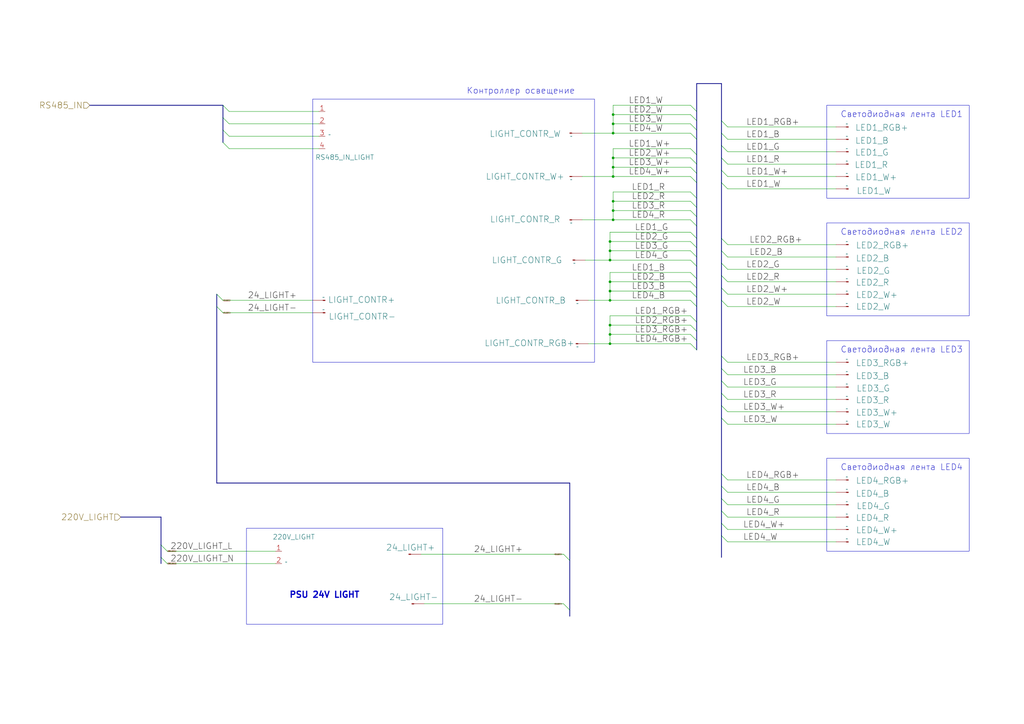
<source format=kicad_sch>
(kicad_sch (version 20231120) (generator "eeschema") (generator_version "8.0")
  (paper "A3")
  (lib_symbols
    (symbol "Connector:Conn_01x01_Pin" (pin_numbers hide) (pin_names (offset 1.016) hide)
      (property "Reference" "J" (at 0 6.604 0))
      (property "Value" "Conn_01x01_Pin" (at 0 -2.54 0))
      (symbol "Conn_01x01_Pin_1_1"
        (polyline (pts (xy 1.27 0) (xy 0.8636 0)) (stroke (width 0.1524)))
        (rectangle (start 0.8636 0.127) (end 0 -0.127) (stroke (width 0.1524)) (fill (type outline)))
        (pin passive line (at 5.08 0 180) (length 3.81) (name "Pin_1") (number "1"))
      )
    )
    (symbol "Connector:Conn_01x01_Pin_(WIDE)" (pin_numbers hide) (pin_names (offset 1.016) hide)
      (property "Reference" "J" (at 0.254 6.604 0))
      (property "Value" "Conn_01x01_Pin_(WIDE)" (at 0 -2.54 0))
      (symbol "Conn_01x01_Pin_(WIDE)_1_1"
        (polyline (pts (xy 1.27 0) (xy 0.8636 0)) (stroke (width 0.1524)))
        (rectangle (start 0.8636 0.127) (end 0 -0.127) (stroke (width 0.1524)) (fill (type outline)))
        (pin passive line (at 5.08 0 180) (length 3.81) (name "Pin_1") (number "1"))
      )
    )
    (symbol "Connector:Conn_01x02_(wide)"
      (property "Reference" "J" (at 0 0 0))
      (symbol "Conn_01x02_(wide)_1_1"
        (pin input line (at -2.54 -5.08 0) (length 2.54) (name "") (number "1"))
        (pin input line (at -2.54 -10.16 0) (length 2.54) (name "") (number "2"))
      )
    )
    (symbol "Connector:Conn_01x04_(wide)"
      (property "Reference" "J" (at 0 0 0))
      (symbol "Conn_01x04_(wide)_1_1"
        (pin input line (at -2.54 -5.08 0) (length 2.54) (name "") (number "1"))
        (pin input line (at -2.54 -10.16 0) (length 2.54) (name "") (number "2"))
        (pin input line (at -2.54 -15.24 0) (length 2.54) (name "") (number "3"))
        (pin input line (at -2.54 -20.32 0) (length 2.54) (name "") (number "4"))
      )
    )
  )
  (junction (at 250.19 137.16))
  (junction (at 250.19 115.57))
  (junction (at 250.19 119.38))
  (junction (at 251.46 46.99))
  (junction (at 250.19 106.68))
  (junction (at 251.46 72.39))
  (junction (at 250.19 133.35))
  (junction (at 251.46 86.36))
  (junction (at 250.19 123.19))
  (junction (at 250.19 99.06))
  (junction (at 251.46 90.17))
  (junction (at 251.46 50.8))
  (junction (at 251.46 64.77))
  (junction (at 250.19 102.87))
  (junction (at 251.46 82.55))
  (junction (at 251.46 54.61))
  (junction (at 251.46 68.58))
  (junction (at 250.19 140.97))
  (bus_entry (at 88.9 125.73) (size 2.54 2.54))
  (bus_entry (at 91.44 58.42) (size 2.54 2.54))
  (bus_entry (at 283.21 68.58) (size 2.54 2.54))
  (bus_entry (at 66.04 228.6) (size 2.54 2.54))
  (bus_entry (at 283.21 137.16) (size 2.54 2.54))
  (bus_entry (at 283.21 129.54) (size 2.54 2.54))
  (bus_entry (at 295.91 102.87) (size 2.54 2.54))
  (bus_entry (at 283.21 82.55) (size 2.54 2.54))
  (bus_entry (at 295.91 64.77) (size 2.54 2.54))
  (bus_entry (at 295.91 194.31) (size 2.54 2.54))
  (bus_entry (at 283.21 46.99) (size 2.54 2.54))
  (bus_entry (at 295.91 166.37) (size 2.54 2.54))
  (bus_entry (at 295.91 156.21) (size 2.54 2.54))
  (bus_entry (at 231.14 227.33) (size 2.54 2.54))
  (bus_entry (at 283.21 95.25) (size 2.54 2.54))
  (bus_entry (at 295.91 219.71) (size 2.54 2.54))
  (bus_entry (at 295.91 151.13) (size 2.54 2.54))
  (bus_entry (at 283.21 78.74) (size 2.54 2.54))
  (bus_entry (at 283.21 99.06) (size 2.54 2.54))
  (bus_entry (at 283.21 64.77) (size 2.54 2.54))
  (bus_entry (at 231.14 247.65) (size 2.54 2.54))
  (bus_entry (at 295.91 204.47) (size 2.54 2.54))
  (bus_entry (at 283.21 102.87) (size 2.54 2.54))
  (bus_entry (at 295.91 113.03) (size 2.54 2.54))
  (bus_entry (at 91.44 43.18) (size 2.54 2.54))
  (bus_entry (at 283.21 43.18) (size 2.54 2.54))
  (bus_entry (at 295.91 54.61) (size 2.54 2.54))
  (bus_entry (at 295.91 69.85) (size 2.54 2.54))
  (bus_entry (at 295.91 118.11) (size 2.54 2.54))
  (bus_entry (at 283.21 111.76) (size 2.54 2.54))
  (bus_entry (at 283.21 133.35) (size 2.54 2.54))
  (bus_entry (at 295.91 171.45) (size 2.54 2.54))
  (bus_entry (at 283.21 50.8) (size 2.54 2.54))
  (bus_entry (at 295.91 123.19) (size 2.54 2.54))
  (bus_entry (at 88.9 120.65) (size 2.54 2.54))
  (bus_entry (at 295.91 74.93) (size 2.54 2.54))
  (bus_entry (at 283.21 86.36) (size 2.54 2.54))
  (bus_entry (at 283.21 72.39) (size 2.54 2.54))
  (bus_entry (at 91.44 48.26) (size 2.54 2.54))
  (bus_entry (at 295.91 161.29) (size 2.54 2.54))
  (bus_entry (at 66.04 223.52) (size 2.54 2.54))
  (bus_entry (at 295.91 59.69) (size 2.54 2.54))
  (bus_entry (at 295.91 209.55) (size 2.54 2.54))
  (bus_entry (at 283.21 123.19) (size 2.54 2.54))
  (bus_entry (at 91.44 53.34) (size 2.54 2.54))
  (bus_entry (at 295.91 146.05) (size 2.54 2.54))
  (bus_entry (at 295.91 49.53) (size 2.54 2.54))
  (bus_entry (at 283.21 106.68) (size 2.54 2.54))
  (bus_entry (at 283.21 119.38) (size 2.54 2.54))
  (bus_entry (at 283.21 140.97) (size 2.54 2.54))
  (bus_entry (at 283.21 90.17) (size 2.54 2.54))
  (bus_entry (at 295.91 97.79) (size 2.54 2.54))
  (bus_entry (at 283.21 115.57) (size 2.54 2.54))
  (bus_entry (at 283.21 54.61) (size 2.54 2.54))
  (bus_entry (at 295.91 107.95) (size 2.54 2.54))
  (bus_entry (at 283.21 60.96) (size 2.54 2.54))
  (bus_entry (at 295.91 214.63) (size 2.54 2.54))
  (bus_entry (at 295.91 199.39) (size 2.54 2.54))
  (wire (pts (xy 251.46 64.77) (xy 283.21 64.77)))
  (wire (pts (xy 91.44 128.27) (xy 128.27 128.27)))
  (bus (pts (xy 285.75 132.08) (xy 285.75 135.89)))
  (bus (pts (xy 295.91 64.77) (xy 295.91 69.85)))
  (wire (pts (xy 250.19 133.35) (xy 283.21 133.35)))
  (bus (pts (xy 295.91 59.69) (xy 295.91 64.77)))
  (bus (pts (xy 285.75 135.89) (xy 285.75 139.7)))
  (bus (pts (xy 295.91 214.63) (xy 295.91 219.71)))
  (bus (pts (xy 285.75 88.9) (xy 285.75 85.09)))
  (bus (pts (xy 88.9 120.65) (xy 88.9 125.73)))
  (bus (pts (xy 295.91 161.29) (xy 295.91 166.37)))
  (wire (pts (xy 298.45 67.31) (xy 342.9 67.31)))
  (bus (pts (xy 295.91 74.93) (xy 295.91 97.79)))
  (wire (pts (xy 250.19 137.16) (xy 283.21 137.16)))
  (bus (pts (xy 285.75 109.22) (xy 285.75 105.41)))
  (wire (pts (xy 298.45 110.49) (xy 342.9 110.49)))
  (wire (pts (xy 298.45 168.91) (xy 342.9 168.91)))
  (wire (pts (xy 251.46 86.36) (xy 283.21 86.36)))
  (bus (pts (xy 295.91 54.61) (xy 295.91 59.69)))
  (wire (pts (xy 298.45 158.75) (xy 342.9 158.75)))
  (wire (pts (xy 298.45 77.47) (xy 342.9 77.47)))
  (wire (pts (xy 251.46 54.61) (xy 283.21 54.61)))
  (wire (pts (xy 91.44 123.19) (xy 128.27 123.19)))
  (bus (pts (xy 285.75 53.34) (xy 285.75 49.53)))
  (bus (pts (xy 91.44 43.18) (xy 91.44 48.26)))
  (wire (pts (xy 298.45 173.99) (xy 342.9 173.99)))
  (bus (pts (xy 285.75 49.53) (xy 285.75 45.72)))
  (bus (pts (xy 295.91 113.03) (xy 295.91 118.11)))
  (bus (pts (xy 91.44 53.34) (xy 91.44 58.42)))
  (wire (pts (xy 250.19 133.35) (xy 250.19 137.16)))
  (bus (pts (xy 295.91 156.21) (xy 295.91 161.29)))
  (wire (pts (xy 298.45 201.93) (xy 342.9 201.93)))
  (wire (pts (xy 250.19 106.68) (xy 283.21 106.68)))
  (wire (pts (xy 241.3 140.97) (xy 250.19 140.97)))
  (bus (pts (xy 295.91 69.85) (xy 295.91 74.93)))
  (bus (pts (xy 295.91 171.45) (xy 295.91 194.31)))
  (wire (pts (xy 238.76 90.17) (xy 251.46 90.17)))
  (wire (pts (xy 250.19 115.57) (xy 283.21 115.57)))
  (bus (pts (xy 233.68 198.12) (xy 233.68 229.87)))
  (bus (pts (xy 285.75 97.79) (xy 285.75 92.71)))
  (wire (pts (xy 250.19 140.97) (xy 283.21 140.97)))
  (wire (pts (xy 93.98 55.88) (xy 130.81 55.88)))
  (bus (pts (xy 91.44 48.26) (xy 91.44 53.34)))
  (wire (pts (xy 298.45 100.33) (xy 342.9 100.33)))
  (bus (pts (xy 295.91 199.39) (xy 295.91 204.47)))
  (bus (pts (xy 295.91 219.71) (xy 295.91 228.6)))
  (wire (pts (xy 250.19 106.68) (xy 250.19 102.87)))
  (wire (pts (xy 298.45 207.01) (xy 342.9 207.01)))
  (wire (pts (xy 250.19 119.38) (xy 283.21 119.38)))
  (bus (pts (xy 285.75 67.31) (xy 285.75 63.5)))
  (wire (pts (xy 250.19 99.06) (xy 250.19 95.25)))
  (wire (pts (xy 240.03 106.68) (xy 250.19 106.68)))
  (wire (pts (xy 251.46 46.99) (xy 251.46 50.8)))
  (bus (pts (xy 285.75 57.15) (xy 285.75 53.34)))
  (bus (pts (xy 233.68 229.87) (xy 233.68 250.19)))
  (wire (pts (xy 298.45 62.23) (xy 342.9 62.23)))
  (wire (pts (xy 238.76 72.39) (xy 251.46 72.39)))
  (wire (pts (xy 298.45 222.25) (xy 342.9 222.25)))
  (bus (pts (xy 285.75 63.5) (xy 285.75 57.15)))
  (wire (pts (xy 251.46 90.17) (xy 283.21 90.17)))
  (bus (pts (xy 66.04 231.14) (xy 66.04 228.6)))
  (bus (pts (xy 295.91 34.29) (xy 295.91 49.53)))
  (bus (pts (xy 295.91 166.37) (xy 295.91 171.45)))
  (wire (pts (xy 251.46 82.55) (xy 251.46 78.74)))
  (bus (pts (xy 285.75 139.7) (xy 285.75 143.51)))
  (bus (pts (xy 88.9 198.12) (xy 233.68 198.12)))
  (bus (pts (xy 295.91 209.55) (xy 295.91 214.63)))
  (wire (pts (xy 298.45 212.09) (xy 342.9 212.09)))
  (wire (pts (xy 251.46 90.17) (xy 251.46 86.36)))
  (wire (pts (xy 298.45 57.15) (xy 342.9 57.15)))
  (wire (pts (xy 298.45 153.67) (xy 342.9 153.67)))
  (wire (pts (xy 250.19 95.25) (xy 283.21 95.25)))
  (bus (pts (xy 285.75 71.12) (xy 285.75 67.31)))
  (bus (pts (xy 295.91 146.05) (xy 295.91 151.13)))
  (wire (pts (xy 251.46 86.36) (xy 251.46 82.55)))
  (bus (pts (xy 295.91 102.87) (xy 295.91 107.95)))
  (wire (pts (xy 298.45 105.41) (xy 342.9 105.41)))
  (bus (pts (xy 295.91 97.79) (xy 295.91 102.87)))
  (wire (pts (xy 283.21 46.99) (xy 251.46 46.99)))
  (bus (pts (xy 295.91 118.11) (xy 295.91 123.19)))
  (bus (pts (xy 88.9 125.73) (xy 88.9 198.12)))
  (bus (pts (xy 295.91 123.19) (xy 295.91 146.05)))
  (bus (pts (xy 285.75 125.73) (xy 285.75 132.08)))
  (wire (pts (xy 298.45 115.57) (xy 342.9 115.57)))
  (wire (pts (xy 250.19 123.19) (xy 283.21 123.19)))
  (bus (pts (xy 285.75 92.71) (xy 285.75 88.9)))
  (wire (pts (xy 250.19 115.57) (xy 250.19 119.38)))
  (wire (pts (xy 251.46 64.77) (xy 251.46 68.58)))
  (wire (pts (xy 250.19 119.38) (xy 250.19 123.19)))
  (wire (pts (xy 283.21 111.76) (xy 250.19 111.76)))
  (wire (pts (xy 93.98 45.72) (xy 130.81 45.72)))
  (bus (pts (xy 295.91 151.13) (xy 295.91 156.21)))
  (bus (pts (xy 295.91 107.95) (xy 295.91 113.03)))
  (wire (pts (xy 251.46 68.58) (xy 283.21 68.58)))
  (wire (pts (xy 298.45 217.17) (xy 342.9 217.17)))
  (wire (pts (xy 93.98 60.96) (xy 130.81 60.96)))
  (bus (pts (xy 66.04 223.52) (xy 66.04 212.09)))
  (wire (pts (xy 250.19 111.76) (xy 250.19 115.57)))
  (bus (pts (xy 295.91 204.47) (xy 295.91 209.55)))
  (wire (pts (xy 251.46 78.74) (xy 283.21 78.74)))
  (wire (pts (xy 251.46 43.18) (xy 251.46 46.99)))
  (bus (pts (xy 36.83 43.18) (xy 91.44 43.18)))
  (wire (pts (xy 241.3 123.19) (xy 250.19 123.19)))
  (bus (pts (xy 66.04 228.6) (xy 66.04 223.52)))
  (wire (pts (xy 283.21 129.54) (xy 250.19 129.54)))
  (wire (pts (xy 238.76 54.61) (xy 251.46 54.61)))
  (bus (pts (xy 295.91 49.53) (xy 295.91 54.61)))
  (wire (pts (xy 251.46 50.8) (xy 283.21 50.8)))
  (wire (pts (xy 298.45 120.65) (xy 342.9 120.65)))
  (wire (pts (xy 298.45 72.39) (xy 342.9 72.39)))
  (wire (pts (xy 172.72 227.33) (xy 231.14 227.33)))
  (wire (pts (xy 93.98 50.8) (xy 130.81 50.8)))
  (bus (pts (xy 285.75 118.11) (xy 285.75 121.92)))
  (bus (pts (xy 49.53 212.09) (xy 66.04 212.09)))
  (wire (pts (xy 298.45 148.59) (xy 342.9 148.59)))
  (wire (pts (xy 250.19 99.06) (xy 283.21 99.06)))
  (bus (pts (xy 295.91 194.31) (xy 295.91 199.39)))
  (wire (pts (xy 250.19 137.16) (xy 250.19 140.97)))
  (wire (pts (xy 68.58 226.06) (xy 113.03 226.06)))
  (wire (pts (xy 173.99 247.65) (xy 231.14 247.65)))
  (bus (pts (xy 285.75 81.28) (xy 285.75 74.93)))
  (wire (pts (xy 251.46 82.55) (xy 283.21 82.55)))
  (bus (pts (xy 285.75 101.6) (xy 285.75 97.79)))
  (bus (pts (xy 285.75 74.93) (xy 285.75 71.12)))
  (wire (pts (xy 283.21 43.18) (xy 251.46 43.18)))
  (wire (pts (xy 251.46 50.8) (xy 251.46 54.61)))
  (wire (pts (xy 250.19 102.87) (xy 283.21 102.87)))
  (bus (pts (xy 285.75 105.41) (xy 285.75 101.6)))
  (bus (pts (xy 285.75 85.09) (xy 285.75 81.28)))
  (wire (pts (xy 298.45 52.07) (xy 342.9 52.07)))
  (wire (pts (xy 251.46 60.96) (xy 251.46 64.77)))
  (wire (pts (xy 298.45 196.85) (xy 342.9 196.85)))
  (bus (pts (xy 285.75 34.29) (xy 295.91 34.29)))
  (wire (pts (xy 298.45 125.73) (xy 342.9 125.73)))
  (bus (pts (xy 285.75 114.3) (xy 285.75 118.11)))
  (bus (pts (xy 233.68 250.19) (xy 233.68 252.73)))
  (bus (pts (xy 285.75 109.22) (xy 285.75 114.3)))
  (wire (pts (xy 251.46 68.58) (xy 251.46 72.39)))
  (bus (pts (xy 285.75 121.92) (xy 285.75 125.73)))
  (wire (pts (xy 283.21 60.96) (xy 251.46 60.96)))
  (wire (pts (xy 68.58 231.14) (xy 113.03 231.14)))
  (bus (pts (xy 285.75 45.72) (xy 285.75 34.29)))
  (wire (pts (xy 250.19 129.54) (xy 250.19 133.35)))
  (wire (pts (xy 251.46 72.39) (xy 283.21 72.39)))
  (wire (pts (xy 298.45 163.83) (xy 342.9 163.83)))
  (wire (pts (xy 250.19 102.87) (xy 250.19 99.06)))
  (rectangle (start 339.09 91.44) (end 397.51 129.54))
  (rectangle (start 339.09 139.7) (end 397.51 177.8))
  (rectangle (start 339.09 43.18) (end 397.51 81.28))
  (rectangle (start 128.27 40.64) (end 243.84 148.59))
  (rectangle (start 339.09 187.96) (end 397.51 226.06))
  (rectangle (start 101.092 216.662) (end 181.61 256.032))
  (text "Контроллер освещение" (at 213.614 37.338 0) (effects (font (size 2.5 2.5))))
  (text "Светодиодная лента LED3" (at 369.824 143.51 0) (effects (font (size 2.5 2.5))))
  (text "Светодиодная лента LED1" (at 369.824 46.99 0) (effects (font (size 2.5 2.5))))
  (text "Светодиодная лента LED4" (at 369.824 191.77 0) (effects (font (size 2.5 2.5))))
  (text "Светодиодная лента LED2" (at 369.824 95.25 0) (effects (font (size 2.5 2.5))))
  (text "PSU 24V LIGHT\n" (at 133.096 244.094 0) (effects (font (size 2.5 2.5) (thickness 0.5) (bold yes))))
  (label "LED1_W+" (at 257.81 60.96 0) (effects (font (size 2.5 2.5))))
  (label "LED1_W+" (at 306.07 72.39 0) (effects (font (size 2.5 2.5))))
  (label "LED4_W" (at 257.81 54.61 0) (effects (font (size 2.5 2.5))))
  (label "LED2_G" (at 306.07 110.49 0) (effects (font (size 2.5 2.5))))
  (label "LED4_R" (at 259.08 90.17 0) (effects (font (size 2.5 2.5))))
  (label "LED3_RGB+" (at 260.35 137.16 0) (effects (font (size 2.5 2.5))))
  (label "24_LIGHT+" (at 194.31 227.33 0) (effects (font (size 2.5 2.5))))
  (label "LED3_W+" (at 257.81 68.58 0) (effects (font (size 2.5 2.5))))
  (label "LED2_B" (at 259.08 115.57 0) (effects (font (size 2.5 2.5))))
  (label "LED2_W+" (at 306.07 120.65 0) (effects (font (size 2.5 2.5))))
  (label "LED3_W" (at 257.81 50.8 0) (effects (font (size 2.5 2.5))))
  (label "LED1_RGB+" (at 260.35 129.54 0) (effects (font (size 2.5 2.5))))
  (label "LED1_B" (at 306.07 57.15 0) (effects (font (size 2.5 2.5))))
  (label "LED2_B" (at 307.34 105.41 0) (effects (font (size 2.5 2.5))))
  (label "24_LIGHT-" (at 101.6 128.27 0) (effects (font (size 2.5 2.5))))
  (label "LED4_W+" (at 304.8 217.17 0) (effects (font (size 2.5 2.5))))
  (label "LED2_RGB+" (at 307.34 100.33 0) (effects (font (size 2.5 2.5))))
  (label "LED3_R" (at 304.8 163.83 0) (effects (font (size 2.5 2.5))))
  (label "LED3_G" (at 304.8 158.75 0) (effects (font (size 2.5 2.5))))
  (label "LED2_W+" (at 257.81 64.77 0) (effects (font (size 2.5 2.5))))
  (label "LED1_G" (at 306.07 62.23 0) (effects (font (size 2.5 2.5))))
  (label "LED2_G" (at 260.35 99.06 0) (effects (font (size 2.5 2.5))))
  (label "220V_LIGHT_N" (at 69.85 231.14 0) (effects (font (size 2.5 2.5))))
  (label "LED4_R" (at 306.07 212.09 0) (effects (font (size 2.5 2.5))))
  (label "LED3_G" (at 260.35 102.87 0) (effects (font (size 2.5 2.5))))
  (label "24_LIGHT-" (at 194.31 247.65 0) (effects (font (size 2.5 2.5))))
  (label "LED1_G" (at 260.35 95.25 0) (effects (font (size 2.5 2.5))))
  (label "LED1_RGB+" (at 306.07 52.07 0) (effects (font (size 2.5 2.5))))
  (label "LED2_W" (at 257.81 46.99 0) (effects (font (size 2.5 2.5))))
  (label "LED2_RGB+" (at 260.35 133.35 0) (effects (font (size 2.5 2.5))))
  (label "220V_LIGHT_L" (at 69.85 226.06 0) (effects (font (size 2.5 2.5))))
  (label "LED4_G" (at 306.07 207.01 0) (effects (font (size 2.5 2.5))))
  (label "LED3_W" (at 304.8 173.99 0) (effects (font (size 2.5 2.5))))
  (label "LED2_R" (at 259.08 82.55 0) (effects (font (size 2.5 2.5))))
  (label "LED4_W" (at 304.8 222.25 0) (effects (font (size 2.5 2.5))))
  (label "LED3_RGB+" (at 306.07 148.59 0) (effects (font (size 2.5 2.5))))
  (label "LED3_W+" (at 304.8 168.91 0) (effects (font (size 2.5 2.5))))
  (label "LED2_W" (at 306.07 125.73 0) (effects (font (size 2.5 2.5))))
  (label "LED1_W" (at 306.07 77.47 0) (effects (font (size 2.5 2.5))))
  (label "24_LIGHT+" (at 101.6 123.19 0) (effects (font (size 2.5 2.5))))
  (label "LED4_B" (at 306.07 201.93 0) (effects (font (size 2.5 2.5))))
  (label "LED4_RGB+" (at 260.35 140.97 0) (effects (font (size 2.5 2.5))))
  (label "LED4_W+" (at 257.81 72.39 0) (effects (font (size 2.5 2.5))))
  (label "LED4_B" (at 259.08 123.19 0) (effects (font (size 2.5 2.5))))
  (label "LED1_R" (at 306.07 67.31 0) (effects (font (size 2.5 2.5))))
  (label "LED3_B" (at 259.08 119.38 0) (effects (font (size 2.5 2.5))))
  (label "LED1_B" (at 259.08 111.76 0) (effects (font (size 2.5 2.5))))
  (label "LED1_W" (at 257.81 43.18 0) (effects (font (size 2.5 2.5))))
  (label "LED3_B" (at 304.8 153.67 0) (effects (font (size 2.5 2.5))))
  (label "LED1_R" (at 259.08 78.74 0) (effects (font (size 2.5 2.5))))
  (label "LED3_R" (at 259.08 86.36 0) (effects (font (size 2.5 2.5))))
  (label "LED4_G" (at 260.35 106.68 0) (effects (font (size 2.5 2.5))))
  (label "LED2_R" (at 306.07 115.57 0) (effects (font (size 2.5 2.5))))
  (label "LED4_RGB+" (at 306.07 196.85 0) (effects (font (size 2.5 2.5))))
  (global_label "24_LIGHT-" (shape input) (at 91.44 128.27 0) (effects (font (size 0.3 0.3))) (property "Intersheetrefs" "${INTERSHEET_REFS}" (effects (hide yes))))
  (global_label "24_LIGHT-" (shape input) (at 227.33 247.65 0) (effects (font (size 0.3 0.3))) (property "Intersheetrefs" "${INTERSHEET_REFS}" (effects (hide yes))))
  (global_label "220V_LIGHT_N" (shape input) (at 68.58 231.14 0) (effects (font (size 0.3 0.3))) (property "Intersheetrefs" "${INTERSHEET_REFS}" (effects (hide yes))))
  (global_label "24_LIGHT+" (shape input) (at 227.33 227.33 0) (effects (font (size 0.3 0.3))) (property "Intersheetrefs" "${INTERSHEET_REFS}" (effects (hide yes))))
  (global_label "24_LIGHT+" (shape input) (at 91.44 123.19 0) (effects (font (size 0.3 0.3))) (property "Intersheetrefs" "${INTERSHEET_REFS}" (effects (hide yes))))
  (global_label "220V_LIGHT_L" (shape input) (at 68.58 226.06 0) (effects (font (size 0.3 0.3))) (property "Intersheetrefs" "${INTERSHEET_REFS}" (effects (hide yes))))
  (hierarchical_label "220V_LIGHT" (shape input) (at 49.53 212.09 180) (effects (font (size 2.5 2.5))))
  (hierarchical_label "RS485_IN" (shape input) (at 36.83 43.18 180) (effects (font (size 2.5 2.5))))
  (symbol (lib_id "Connector:Conn_01x01_Pin_(WIDE)") (at 347.98 168.91 180) (unit 1)
    (property "Reference" "LED3_W+" (at 359.664 169.164 0) (effects (font (size 2.5 2.5))))
    (property "Value" "~" (at 347.345 167.64 0))
    (property "Description" "Generic connector, single row, 01x01, script generated" (effects (hide yes)))
  )
  (symbol (lib_id "Connector:Conn_01x01_Pin_(WIDE)") (at 133.35 123.19 180) (unit 1)
    (property "Reference" "LIGHT_CONTR+" (at 148.336 122.936 0) (effects (font (size 2.5 2.5))))
    (property "Value" "~" (at 132.715 121.92 0))
    (property "Description" "Generic connector, single row, 01x01, script generated" (effects (hide yes)))
  )
  (symbol (lib_id "Connector:Conn_01x01_Pin_(WIDE)") (at 347.98 115.57 180) (unit 1)
    (property "Reference" "LED2_R" (at 357.886 115.824 0) (effects (font (size 2.5 2.5))))
    (property "Value" "~" (at 347.345 114.3 0))
    (property "Description" "Generic connector, single row, 01x01, script generated" (effects (hide yes)))
  )
  (symbol (lib_id "Connector:Conn_01x01_Pin_(WIDE)") (at 347.98 100.33 180) (unit 1)
    (property "Reference" "LED2_RGB+" (at 361.95 100.584 0) (effects (font (size 2.5 2.5))))
    (property "Value" "~" (at 347.345 99.06 0))
    (property "Description" "Generic connector, single row, 01x01, script generated" (effects (hide yes)))
  )
  (symbol (lib_id "Connector:Conn_01x01_Pin_(WIDE)") (at 347.98 148.59 180) (unit 1)
    (property "Reference" "LED3_RGB+" (at 361.95 148.844 0) (effects (font (size 2.5 2.5))))
    (property "Value" "~" (at 347.345 147.32 0))
    (property "Description" "Generic connector, single row, 01x01, script generated" (effects (hide yes)))
  )
  (symbol (lib_id "Connector:Conn_01x01_Pin") (at 168.91 247.65 0) (unit 1)
    (property "Reference" "24_LIGHT-" (at 169.672 244.856 0) (effects (font (size 2.5 2.5))))
    (property "Value" "Conn_01x01_Pin" (effects (hide yes)))
    (property "Description" "Generic connector, single row, 01x01, script generated" (effects (hide yes)))
  )
  (symbol (lib_id "Connector:Conn_01x01_Pin_(WIDE)") (at 347.98 72.39 180) (unit 1)
    (property "Reference" "LED1_W+" (at 359.41 72.644 0) (effects (font (size 2.5 2.5))))
    (property "Value" "~" (at 347.345 71.12 0))
    (property "Description" "Generic connector, single row, 01x01, script generated" (effects (hide yes)))
  )
  (symbol (lib_id "Connector:Conn_01x01_Pin_(WIDE)") (at 347.98 110.49 180) (unit 1)
    (property "Reference" "LED2_G" (at 358.14 110.998 0) (effects (font (size 2.5 2.5))))
    (property "Value" "~" (at 347.345 109.22 0))
    (property "Description" "Generic connector, single row, 01x01, script generated" (effects (hide yes)))
  )
  (symbol (lib_id "Connector:Conn_01x01_Pin_(WIDE)") (at 347.98 207.01 180) (unit 1)
    (property "Reference" "LED4_G" (at 358.14 207.518 0) (effects (font (size 2.5 2.5))))
    (property "Value" "~" (at 347.345 205.74 0))
    (property "Description" "Generic connector, single row, 01x01, script generated" (effects (hide yes)))
  )
  (symbol (lib_id "Connector:Conn_01x01_Pin_(WIDE)") (at 133.35 128.27 180) (unit 1)
    (property "Reference" "LIGHT_CONTR-" (at 148.59 129.794 0) (effects (font (size 2.5 2.5))))
    (property "Value" "~" (at 132.715 127 0))
    (property "Description" "Generic connector, single row, 01x01, script generated" (effects (hide yes)))
  )
  (symbol (lib_id "Connector:Conn_01x01_Pin_(WIDE)") (at 347.98 201.93 180) (unit 1)
    (property "Reference" "LED4_B" (at 357.886 202.438 0) (effects (font (size 2.5 2.5))))
    (property "Value" "~" (at 347.345 200.66 0))
    (property "Description" "Generic connector, single row, 01x01, script generated" (effects (hide yes)))
  )
  (symbol (lib_id "Connector:Conn_01x01_Pin_(WIDE)") (at 347.98 67.31 180) (unit 1)
    (property "Reference" "LED1_R" (at 357.378 67.564 0) (effects (font (size 2.5 2.5))))
    (property "Value" "~" (at 347.345 66.04 0))
    (property "Description" "Generic connector, single row, 01x01, script generated" (effects (hide yes)))
  )
  (symbol (lib_id "Connector:Conn_01x01_Pin_(WIDE)") (at 347.98 153.67 180) (unit 1)
    (property "Reference" "LED3_B" (at 357.886 154.178 0) (effects (font (size 2.5 2.5))))
    (property "Value" "~" (at 347.345 152.4 0))
    (property "Description" "Generic connector, single row, 01x01, script generated" (effects (hide yes)))
  )
  (symbol (lib_id "Connector:Conn_01x01_Pin_(WIDE)") (at 347.98 120.65 180) (unit 1)
    (property "Reference" "LED2_W+" (at 359.664 120.904 0) (effects (font (size 2.5 2.5))))
    (property "Value" "~" (at 347.345 119.38 0))
    (property "Description" "Generic connector, single row, 01x01, script generated" (effects (hide yes)))
  )
  (symbol (lib_id "Connector:Conn_01x01_Pin_(WIDE)") (at 347.98 173.99 180) (unit 1)
    (property "Reference" "LED3_W" (at 358.14 173.99 0) (effects (font (size 2.5 2.5))))
    (property "Value" "~" (at 347.345 172.72 0))
    (property "Description" "Generic connector, single row, 01x01, script generated" (effects (hide yes)))
  )
  (symbol (lib_id "Connector:Conn_01x01_Pin_(WIDE)") (at 233.68 72.39 0) (unit 1)
    (property "Reference" "LIGHT_CONTR_W+" (at 215.392 72.39 0) (effects (font (size 2.5 2.5))))
    (property "Value" "~" (at 234.315 73.66 0))
    (property "Description" "Generic connector, single row, 01x01, script generated" (effects (hide yes)))
  )
  (symbol (lib_id "Connector:Conn_01x01_Pin_(WIDE)") (at 347.98 125.73 180) (unit 1)
    (property "Reference" "LED2_W" (at 358.14 125.73 0) (effects (font (size 2.5 2.5))))
    (property "Value" "~" (at 347.345 124.46 0))
    (property "Description" "Generic connector, single row, 01x01, script generated" (effects (hide yes)))
  )
  (symbol (lib_id "Connector:Conn_01x02_(wide)") (at 115.57 220.98 0) (unit 1)
    (property "Reference" "220V_LIGHT" (at 111.76 220.218 0) (effects (font (size 2 2)) (justify left)))
    (property "Value" "~" (at 116.84 230.505 0) (effects (justify left)))
  )
  (symbol (lib_id "Connector:Conn_01x01_Pin_(WIDE)") (at 234.95 106.68 0) (unit 1)
    (property "Reference" "LIGHT_CONTR_G" (at 216.154 106.68 0) (effects (font (size 2.5 2.5))))
    (property "Value" "~" (at 235.585 107.95 0))
    (property "Description" "Generic connector, single row, 01x01, script generated" (effects (hide yes)))
  )
  (symbol (lib_id "Connector:Conn_01x01_Pin_(WIDE)") (at 347.98 217.17 180) (unit 1)
    (property "Reference" "LED4_W+" (at 359.664 217.424 0) (effects (font (size 2.5 2.5))))
    (property "Value" "~" (at 347.345 215.9 0))
    (property "Description" "Generic connector, single row, 01x01, script generated" (effects (hide yes)))
  )
  (symbol (lib_id "Connector:Conn_01x01_Pin_(WIDE)") (at 347.98 196.85 180) (unit 1)
    (property "Reference" "LED4_RGB+" (at 361.95 197.104 0) (effects (font (size 2.5 2.5))))
    (property "Value" "~" (at 347.345 195.58 0))
    (property "Description" "Generic connector, single row, 01x01, script generated" (effects (hide yes)))
  )
  (symbol (lib_id "Connector:Conn_01x01_Pin_(WIDE)") (at 236.22 140.97 0) (unit 1)
    (property "Reference" "LIGHT_CONTR_RGB+" (at 217.17 140.716 0) (effects (font (size 2.5 2.5))))
    (property "Value" "~" (at 236.855 142.24 0))
    (property "Description" "Generic connector, single row, 01x01, script generated" (effects (hide yes)))
  )
  (symbol (lib_id "Connector:Conn_01x01_Pin_(WIDE)") (at 347.98 222.25 180) (unit 1)
    (property "Reference" "LED4_W" (at 358.14 222.25 0) (effects (font (size 2.5 2.5))))
    (property "Value" "~" (at 347.345 220.98 0))
    (property "Description" "Generic connector, single row, 01x01, script generated" (effects (hide yes)))
  )
  (symbol (lib_id "Connector:Conn_01x01_Pin_(WIDE)") (at 233.68 90.17 0) (unit 1)
    (property "Reference" "LIGHT_CONTR_R" (at 215.392 89.916 0) (effects (font (size 2.5 2.5))))
    (property "Value" "~" (at 234.315 91.44 0))
    (property "Description" "Generic connector, single row, 01x01, script generated" (effects (hide yes)))
  )
  (symbol (lib_id "Connector:Conn_01x04_(wide)") (at 133.35 40.64 0) (unit 1)
    (property "Reference" "RS485_IN_LIGHT" (at 129.286 64.516 0) (effects (font (size 2 2)) (justify left)))
    (property "Value" "~" (at 134.62 55.245 0) (effects (justify left)))
  )
  (symbol (lib_id "Connector:Conn_01x01_Pin_(WIDE)") (at 347.98 163.83 180) (unit 1)
    (property "Reference" "LED3_R" (at 357.886 164.084 0) (effects (font (size 2.5 2.5))))
    (property "Value" "~" (at 347.345 162.56 0))
    (property "Description" "Generic connector, single row, 01x01, script generated" (effects (hide yes)))
  )
  (symbol (lib_id "Connector:Conn_01x01_Pin") (at 167.64 227.33 0) (unit 1)
    (property "Reference" "24_LIGHT+" (at 168.402 224.536 0) (effects (font (size 2.5 2.5))))
    (property "Value" "Conn_01x01_Pin" (effects (hide yes)))
    (property "Description" "Generic connector, single row, 01x01, script generated" (effects (hide yes)))
  )
  (symbol (lib_id "Connector:Conn_01x01_Pin_(WIDE)") (at 347.98 77.47 180) (unit 1)
    (property "Reference" "LED1_W" (at 358.394 78.232 0) (effects (font (size 2.5 2.5))))
    (property "Value" "~" (at 347.345 76.2 0))
    (property "Description" "Generic connector, single row, 01x01, script generated" (effects (hide yes)))
  )
  (symbol (lib_id "Connector:Conn_01x01_Pin_(WIDE)") (at 236.22 123.19 0) (unit 1)
    (property "Reference" "LIGHT_CONTR_B" (at 217.678 123.19 0) (effects (font (size 2.5 2.5))))
    (property "Value" "~" (at 236.855 124.46 0))
    (property "Description" "Generic connector, single row, 01x01, script generated" (effects (hide yes)))
  )
  (symbol (lib_id "Connector:Conn_01x01_Pin_(WIDE)") (at 347.98 212.09 180) (unit 1)
    (property "Reference" "LED4_R" (at 357.886 212.344 0) (effects (font (size 2.5 2.5))))
    (property "Value" "~" (at 347.345 210.82 0))
    (property "Description" "Generic connector, single row, 01x01, script generated" (effects (hide yes)))
  )
  (symbol (lib_id "Connector:Conn_01x01_Pin_(WIDE)") (at 347.98 52.07 180) (unit 1)
    (property "Reference" "LED1_RGB+" (at 361.696 52.324 0) (effects (font (size 2.5 2.5))))
    (property "Value" "~" (at 347.345 50.8 0))
    (property "Description" "Generic connector, single row, 01x01, script generated" (effects (hide yes)))
  )
  (symbol (lib_id "Connector:Conn_01x01_Pin_(WIDE)") (at 347.98 62.23 180) (unit 1)
    (property "Reference" "LED1_G" (at 357.632 62.484 0) (effects (font (size 2.5 2.5))))
    (property "Value" "~" (at 347.345 60.96 0))
    (property "Description" "Generic connector, single row, 01x01, script generated" (effects (hide yes)))
  )
  (symbol (lib_id "Connector:Conn_01x01_Pin_(WIDE)") (at 347.98 57.15 180) (unit 1)
    (property "Reference" "LED1_B" (at 357.632 57.658 0) (effects (font (size 2.5 2.5))))
    (property "Value" "~" (at 347.345 55.88 0))
    (property "Description" "Generic connector, single row, 01x01, script generated" (effects (hide yes)))
  )
  (symbol (lib_id "Connector:Conn_01x01_Pin_(WIDE)") (at 347.98 105.41 180) (unit 1)
    (property "Reference" "LED2_B" (at 357.886 105.918 0) (effects (font (size 2.5 2.5))))
    (property "Value" "~" (at 347.345 104.14 0))
    (property "Description" "Generic connector, single row, 01x01, script generated" (effects (hide yes)))
  )
  (symbol (lib_id "Connector:Conn_01x01_Pin_(WIDE)") (at 233.68 54.61 0) (unit 1)
    (property "Reference" "LIGHT_CONTR_W" (at 215.392 54.864 0) (effects (font (size 2.5 2.5))))
    (property "Value" "~" (at 234.315 55.88 0))
    (property "Description" "Generic connector, single row, 01x01, script generated" (effects (hide yes)))
  )
  (symbol (lib_id "Connector:Conn_01x01_Pin_(WIDE)") (at 347.98 158.75 180) (unit 1)
    (property "Reference" "LED3_G" (at 358.14 159.258 0) (effects (font (size 2.5 2.5))))
    (property "Value" "~" (at 347.345 157.48 0))
    (property "Description" "Generic connector, single row, 01x01, script generated" (effects (hide yes)))
  )
)
</source>
